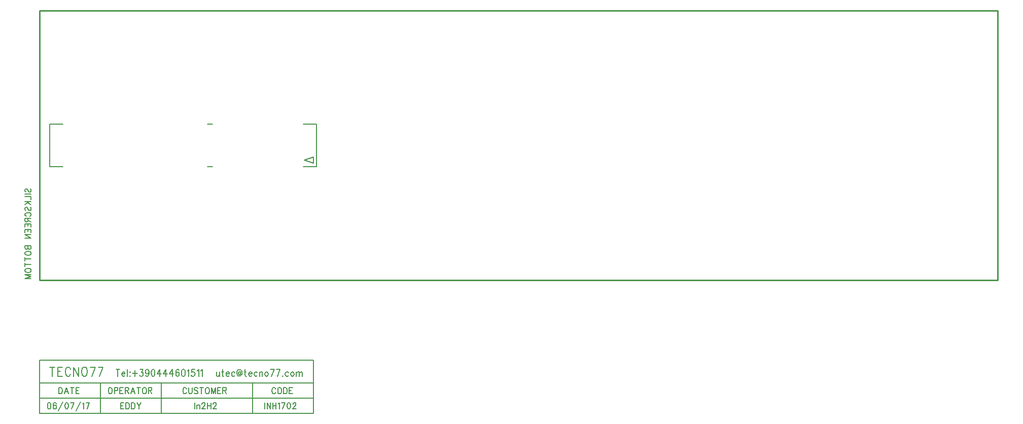
<source format=gbr>
%FSLAX35Y35*%
%MOIN*%
%SFA1.000B1.000*%

G04 Copyright (c) 2015-2018 in2H2 inc.
G04 System developed for in2H2 inc. by Intermotion Technology, Inc.
G04 
G04 Full system RTL, C sources and board design files available at https://github.com/nearist
G04 
G04 in2H2 inc. Team Members:
G04 - Chris McCormick - Algorithm Research and Design
G04 - Matt McCormick - Board Production, System Q/A
G04 
G04 Intermotion Technology Inc. Team Members:
G04 - Mick Fandrich - Project Lead
G04 - Dr. Ludovico Minati - Board Architecture and Design, FPGA Technology Advisor
G04 - Vardan Movsisyan - RTL Team Lead
G04 - Khachatur Gyozalyan - RTL Design
G04 - Tigran Papazyan - RTL Design
G04 - Taron Harutyunyan - RTL Design
G04 - Hayk Ghaltaghchyan - System Software
G04 
G04 Tecno77 S.r.l. Team Members:
G04 - Stefano Aldrigo, Board Layout Design
G04 
G04 We dedicate this project to the memory of Bruce McCormick, an AI pioneer
G04 and advocate, a good friend and father.
G04 
G04 These materials are provided free of charge: you can redistribute them and/or modify  
G04 them under the terms of the GNU General Public License as published by  
G04 the Free Software Foundation, version 3.
G04 
G04 These materials are distributed in the hope that they will be useful, but 
G04 WITHOUT ANY WARRANTY; without even the implied warranty of 
G04 MERCHANTABILITY or FITNESS FOR A PARTICULAR PURPOSE. See the GNU 
G04 General Public License for more details.
G04 In particular, this design should be treated as UNVERIFIED and UNCERTIFIED
G04 
G04 You should have received a copy of the GNU General Public License 
G04 along with this design. If not, see <http://www.gnu.org/licenses/>.

%FSLAX35Y35*%
%MOIN*%
%SFA1.000B1.000*%

%MIA0B0*%
%IPPOS*%
%ADD11C,0.00800*%
%ADD21C,0.00984*%
%ADD25C,0.00700*%
%LNsilkscreenbtm.g*%
%LPD*%
G54D11*X115354Y174606D02*G01X106693D01*Y202559*X115354*X273622D02*G01X282283D01*Y174606*X273622*X280118Y176772D02*G01Y180709D01*X274213Y178740*X280118Y176772*X213780Y202559D02*G01X210630D01*X213780Y174606D02*G01X210630D01*X140000Y32224D02*G01Y12224D01*X180000Y32224D02*G01Y12224D01*X240000Y32224D02*G01Y12224D01*X100000Y47224D02*G01X280000D01*Y12224*X100000*Y47224*Y32224D02*G01X280000D01*X100000Y22224D02*G01X280000D01*X108491Y42662D02*G01Y36624D01*X106900Y42662D02*G01X110082D01*X112127D02*G01Y36624D01*Y42662D02*G01X115082D01*X112127Y39787D02*G01X113945D01*X112127Y36624D02*G01X115082D01*X120536Y41224D02*G01X120309Y41799D01*X119855Y42374*X119400Y42662*X118491*X118036Y42374*X117582Y41799*X117355Y41224*X117127Y40362*Y38924*X117355Y38062*X117582Y37487*X118036Y36912*X118491Y36624*X119400*X119855Y36912*X120309Y37487*X120536Y38062*X122582Y42662D02*G01Y36624D01*Y42662D02*G01X125764Y36624D01*Y42662D02*G01Y36624D01*X129173Y42662D02*G01X128718Y42374D01*X128264Y41799*X128036Y41224*X127809Y40362*Y38924*X128036Y38062*X128264Y37487*X128718Y36912*X129173Y36624*X130082*X130536Y36912*X130991Y37487*X131218Y38062*X131445Y38924*Y40362*X131218Y41224*X130991Y41799*X130536Y42374*X130082Y42662*X129173*X136673D02*G01X134400Y36624D01*X133491Y42662D02*G01X136673D01*X141900D02*G01X139627Y36624D01*X138718Y42662D02*G01X141900D01*G54D21*X100003Y277165D02*G01X729924D01*Y100000*X100003*Y277165*G54D25*X151543Y41037D02*G01Y36574D01*X150350Y41037D02*G01X152736D01*X154270Y38274D02*G01X156316D01*Y38699*X156145Y39124*X155975Y39337*X155634Y39549*X155123*X154782Y39337*X154441Y38912*X154270Y38274*Y37849*X154441Y37212*X154782Y36787*X155123Y36574*X155634*X155975Y36787*X156316Y37212*X157850Y41037D02*G01Y36574D01*X159555Y39549D02*G01X159384Y39337D01*X159555Y39124*X159725Y39337*X159555Y39549*Y36999D02*G01X159384Y36787D01*X159555Y36574*X159725Y36787*X159555Y36999*X162793Y40399D02*G01Y36574D01*X161259Y38487D02*G01X164327D01*X166202Y41037D02*G01X168077D01*X167055Y39337*X167566*X167907Y39124*X168077Y38912*X168248Y38274*Y37849*X168077Y37212*X167736Y36787*X167225Y36574*X166714*X166202Y36787*X166032Y36999*X165861Y37424*X171998Y39549D02*G01X171827Y38912D01*X171486Y38487*X170975Y38274*X170805*X170293Y38487*X169952Y38912*X169782Y39549*Y39762*X169952Y40399*X170293Y40824*X170805Y41037*X170975*X171486Y40824*X171827Y40399*X171998Y39549*Y38487*X171827Y37424*X171486Y36787*X170975Y36574*X170634*X170123Y36787*X169952Y37212*X174555Y41037D02*G01X174043Y40824D01*X173702Y40187*X173532Y39124*Y38487*X173702Y37424*X174043Y36787*X174555Y36574*X174895*X175407Y36787*X175748Y37424*X175918Y38487*Y39124*X175748Y40187*X175407Y40824*X174895Y41037*X174555*X179157D02*G01X177452Y38062D01*X180009*X179157Y41037D02*G01Y36574D01*X183248Y41037D02*G01X181543Y38062D01*X184100*X183248Y41037D02*G01Y36574D01*X187339Y41037D02*G01X185634Y38062D01*X188191*X187339Y41037D02*G01Y36574D01*X191770Y40399D02*G01X191600Y40824D01*X191089Y41037*X190748*X190236Y40824*X189895Y40187*X189725Y39124*Y38062*X189895Y37212*X190236Y36787*X190748Y36574*X190918*X191430Y36787*X191770Y37212*X191941Y37849*Y38062*X191770Y38699*X191430Y39124*X190918Y39337*X190748*X190236Y39124*X189895Y38699*X189725Y38062*X194498Y41037D02*G01X193986Y40824D01*X193645Y40187*X193475Y39124*Y38487*X193645Y37424*X193986Y36787*X194498Y36574*X194839*X195350Y36787*X195691Y37424*X195861Y38487*Y39124*X195691Y40187*X195350Y40824*X194839Y41037*X194498*X197395Y40187D02*G01X197736Y40399D01*X198248Y41037*Y36574*X201998Y41037D02*G01X200293D01*X200123Y39124*X200293Y39337*X200805Y39549*X201316*X201827Y39337*X202168Y38912*X202339Y38274*X202168Y37849*X201998Y37212*X201657Y36787*X201145Y36574*X200634*X200123Y36787*X199952Y36999*X199782Y37424*X203873Y40187D02*G01X204214Y40399D01*X204725Y41037*Y36574*X206259Y40187D02*G01X206600Y40399D01*X207111Y41037*Y36574*X216486Y39549D02*G01Y37424D01*X216657Y36787*X216998Y36574*X217509*X217850Y36787*X218361Y37424*Y39549D02*G01Y36574D01*X220407Y41037D02*G01Y37424D01*X220577Y36787*X220918Y36574*X221259*X219895Y39549D02*G01X221089D01*X222793Y38274D02*G01X224839D01*Y38699*X224668Y39124*X224498Y39337*X224157Y39549*X223645*X223305Y39337*X222964Y38912*X222793Y38274*Y37849*X222964Y37212*X223305Y36787*X223645Y36574*X224157*X224498Y36787*X224839Y37212*X228418Y38912D02*G01X228077Y39337D01*X227736Y39549*X227225*X226884Y39337*X226543Y38912*X226373Y38274*Y37849*X226543Y37212*X226884Y36787*X227225Y36574*X227736*X228077Y36787*X228418Y37212*X232168Y36787D02*G01X231486D01*X230634Y36999*X230293Y37424*X229952Y38274*Y39337*X230293Y40399*X230634Y40824*X232168*X232680Y40399*X233020Y39762*X233191Y38699*X233020Y37849*X232850Y37637*X232168Y37424D02*G01X231998Y37637D01*Y39762*Y39337D02*G01X231657Y39549D01*X231316*X230975Y39337*X230805Y38912*Y38487*X230975Y38062*X231316Y37849*X231657*X231998Y38062*X232168Y37424D02*G01X232680D01*X232850Y37637*X235236Y41037D02*G01Y37424D01*X235407Y36787*X235748Y36574*X236089*X234725Y39549D02*G01X235918D01*X237623Y38274D02*G01X239668D01*Y38699*X239498Y39124*X239327Y39337*X238986Y39549*X238475*X238134Y39337*X237793Y38912*X237623Y38274*Y37849*X237793Y37212*X238134Y36787*X238475Y36574*X238986*X239327Y36787*X239668Y37212*X243248Y38912D02*G01X242907Y39337D01*X242566Y39549*X242055*X241714Y39337*X241373Y38912*X241202Y38274*Y37849*X241373Y37212*X241714Y36787*X242055Y36574*X242566*X242907Y36787*X243248Y37212*X244782Y39549D02*G01Y36574D01*Y38699D02*G01X245293Y39337D01*X245634Y39549*X246145*X246486Y39337*X246657Y38699*Y36574*X249043Y39549D02*G01X248702Y39337D01*X248361Y38912*X248191Y38274*Y37849*X248361Y37212*X248702Y36787*X249043Y36574*X249555*X249895Y36787*X250236Y37212*X250407Y37849*Y38274*X250236Y38912*X249895Y39337*X249555Y39549*X249043*X254327Y41037D02*G01X252623Y36574D01*X251941Y41037D02*G01X254327D01*X258248D02*G01X256543Y36574D01*X255861Y41037D02*G01X258248D01*X259952Y36999D02*G01X259782Y36787D01*X259952Y36574*X260123Y36787*X259952Y36999*X263702Y38912D02*G01X263361Y39337D01*X263020Y39549*X262509*X262168Y39337*X261827Y38912*X261657Y38274*Y37849*X261827Y37212*X262168Y36787*X262509Y36574*X263020*X263361Y36787*X263702Y37212*X266089Y39549D02*G01X265748Y39337D01*X265407Y38912*X265236Y38274*Y37849*X265407Y37212*X265748Y36787*X266089Y36574*X266600*X266941Y36787*X267282Y37212*X267452Y37849*Y38274*X267282Y38912*X266941Y39337*X266600Y39549*X266089*X268986D02*G01Y36574D01*Y38699D02*G01X269498Y39337D01*X269839Y39549*X270350*X270691Y39337*X270861Y38699*Y36574*Y38699D02*G01X271373Y39337D01*X271714Y39549*X272225*X272566Y39337*X272736Y38699*Y36574*X153452Y19209D02*G01Y15074D01*Y19209D02*G01X155520D01*X153452Y17240D02*G01X154725D01*X153452Y15074D02*G01X155520D01*X156952Y19209D02*G01Y15074D01*Y19209D02*G01X158066D01*X158543Y19012*X158861Y18618*X159020Y18224*X159180Y17634*Y16649*X159020Y16059*X158861Y15665*X158543Y15271*X158066Y15074*X156952*X160611Y19209D02*G01Y15074D01*Y19209D02*G01X161725D01*X162202Y19012*X162520Y18618*X162680Y18224*X162839Y17634*Y16649*X162680Y16059*X162520Y15665*X162202Y15271*X161725Y15074*X160611*X164270Y19209D02*G01X165543Y17240D01*Y15074*X166816Y19209D02*G01X165543Y17240D01*X106384Y19209D02*G01X105907Y19012D01*X105589Y18421*X105430Y17437*Y16846*X105589Y15862*X105907Y15271*X106384Y15074*X106702*X107180Y15271*X107498Y15862*X107657Y16846*Y17437*X107498Y18421*X107180Y19012*X106702Y19209*X106384*X110998Y18618D02*G01X110839Y19012D01*X110361Y19209*X110043*X109566Y19012*X109248Y18421*X109089Y17437*Y16453*X109248Y15665*X109566Y15271*X110043Y15074*X110202*X110680Y15271*X110998Y15665*X111157Y16256*Y16453*X110998Y17043*X110680Y17437*X110202Y17634*X110043*X109566Y17437*X109248Y17043*X109089Y16453*X115452Y19996D02*G01X112589Y13696D01*X117839Y19209D02*G01X117361Y19012D01*X117043Y18421*X116884Y17437*Y16846*X117043Y15862*X117361Y15271*X117839Y15074*X118157*X118634Y15271*X118952Y15862*X119111Y16846*Y17437*X118952Y18421*X118634Y19012*X118157Y19209*X117839*X122770D02*G01X121180Y15074D01*X120543Y19209D02*G01X122770D01*X127066Y19996D02*G01X124202Y13696D01*X128498Y18421D02*G01X128816Y18618D01*X129293Y19209*Y15074*X132952Y19209D02*G01X131361Y15074D01*X130725Y19209D02*G01X132952D01*X248248D02*G01Y15074D01*X249680Y19209D02*G01Y15074D01*Y19209D02*G01X251907Y15074D01*Y19209D02*G01Y15074D01*X253339Y19209D02*G01Y15074D01*X255566Y19209D02*G01Y15074D01*X253339Y17240D02*G01X255566D01*X256998Y18421D02*G01X257316Y18618D01*X257793Y19209*Y15074*X261452Y19209D02*G01X259861Y15074D01*X259225Y19209D02*G01X261452D01*X263839D02*G01X263361Y19012D01*X263043Y18421*X262884Y17437*Y16846*X263043Y15862*X263361Y15271*X263839Y15074*X264157*X264634Y15271*X264952Y15862*X265111Y16846*Y17437*X264952Y18421*X264634Y19012*X264157Y19209*X263839*X266702Y18224D02*G01Y18421D01*X266861Y18815*X267020Y19012*X267339Y19209*X267975*X268293Y19012*X268452Y18815*X268611Y18421*Y18028*X268452Y17634*X268134Y17043*X266543Y15074*X268770*X112850Y29209D02*G01Y25074D01*Y29209D02*G01X113964D01*X114441Y29012*X114759Y28618*X114918Y28224*X115077Y27634*Y26649*X114918Y26059*X114759Y25665*X114441Y25271*X113964Y25074*X112850*X117782Y29209D02*G01X116509Y25074D01*X117782Y29209D02*G01X119055Y25074D01*X116986Y26453D02*G01X118577D01*X121600Y29209D02*G01Y25074D01*X120486Y29209D02*G01X122714D01*X124145D02*G01Y25074D01*Y29209D02*G01X126214D01*X124145Y27240D02*G01X125418D01*X124145Y25074D02*G01X126214D01*X146305Y29209D02*G01X145986Y29012D01*X145668Y28618*X145509Y28224*X145350Y27634*Y26649*X145509Y26059*X145668Y25665*X145986Y25271*X146305Y25074*X146941*X147259Y25271*X147577Y25665*X147736Y26059*X147895Y26649*Y27634*X147736Y28224*X147577Y28618*X147259Y29012*X146941Y29209*X146305*X149327D02*G01Y25074D01*Y29209D02*G01X150759D01*X151236Y29012*X151395Y28815*X151555Y28421*Y27831*X151395Y27437*X151236Y27240*X150759Y27043*X149327*X152986Y29209D02*G01Y25074D01*Y29209D02*G01X155055D01*X152986Y27240D02*G01X154259D01*X152986Y25074D02*G01X155055D01*X156486Y29209D02*G01Y25074D01*Y29209D02*G01X157918D01*X158395Y29012*X158555Y28815*X158714Y28421*Y28028*X158555Y27634*X158395Y27437*X157918Y27240*X156486*X157600D02*G01X158714Y25074D01*X161418Y29209D02*G01X160145Y25074D01*X161418Y29209D02*G01X162691Y25074D01*X160623Y26453D02*G01X162214D01*X165236Y29209D02*G01Y25074D01*X164123Y29209D02*G01X166350D01*X168736D02*G01X168418Y29012D01*X168100Y28618*X167941Y28224*X167782Y27634*Y26649*X167941Y26059*X168100Y25665*X168418Y25271*X168736Y25074*X169373*X169691Y25271*X170009Y25665*X170168Y26059*X170327Y26649*Y27634*X170168Y28224*X170009Y28618*X169691Y29012*X169373Y29209*X168736*X171759D02*G01Y25074D01*Y29209D02*G01X173191D01*X173668Y29012*X173827Y28815*X173986Y28421*Y28028*X173827Y27634*X173668Y27437*X173191Y27240*X171759*X172873D02*G01X173986Y25074D01*X196736Y28224D02*G01X196577Y28618D01*X196259Y29012*X195941Y29209*X195305*X194986Y29012*X194668Y28618*X194509Y28224*X194350Y27634*Y26649*X194509Y26059*X194668Y25665*X194986Y25271*X195305Y25074*X195941*X196259Y25271*X196577Y25665*X196736Y26059*X198168Y29209D02*G01Y26256D01*X198327Y25665*X198645Y25271*X199123Y25074*X199441*X199918Y25271*X200236Y25665*X200395Y26256*Y29209*X204055Y28618D02*G01X203736Y29012D01*X203259Y29209*X202623*X202145Y29012*X201827Y28618*Y28224*X201986Y27831*X202145Y27634*X202464Y27437*X203418Y27043*X203736Y26846*X203895Y26649*X204055Y26256*Y25665*X203736Y25271*X203259Y25074*X202623*X202145Y25271*X201827Y25665*X206600Y29209D02*G01Y25074D01*X205486Y29209D02*G01X207714D01*X210100D02*G01X209782Y29012D01*X209464Y28618*X209305Y28224*X209145Y27634*Y26649*X209305Y26059*X209464Y25665*X209782Y25271*X210100Y25074*X210736*X211055Y25271*X211373Y25665*X211532Y26059*X211691Y26649*Y27634*X211532Y28224*X211373Y28618*X211055Y29012*X210736Y29209*X210100*X213123D02*G01Y25074D01*Y29209D02*G01X214395Y25074D01*X215668Y29209D02*G01X214395Y25074D01*X215668Y29209D02*G01Y25074D01*X217100Y29209D02*G01Y25074D01*Y29209D02*G01X219168D01*X217100Y27240D02*G01X218373D01*X217100Y25074D02*G01X219168D01*X220600Y29209D02*G01Y25074D01*Y29209D02*G01X222032D01*X222509Y29012*X222668Y28815*X222827Y28421*Y28028*X222668Y27634*X222509Y27437*X222032Y27240*X220600*X221714D02*G01X222827Y25074D01*X255236Y28224D02*G01X255077Y28618D01*X254759Y29012*X254441Y29209*X253805*X253486Y29012*X253168Y28618*X253009Y28224*X252850Y27634*Y26649*X253009Y26059*X253168Y25665*X253486Y25271*X253805Y25074*X254441*X254759Y25271*X255077Y25665*X255236Y26059*X257623Y29209D02*G01X257305Y29012D01*X256986Y28618*X256827Y28224*X256668Y27634*Y26649*X256827Y26059*X256986Y25665*X257305Y25271*X257623Y25074*X258259*X258577Y25271*X258895Y25665*X259055Y26059*X259214Y26649*Y27634*X259055Y28224*X258895Y28618*X258577Y29012*X258259Y29209*X257623*X260645D02*G01Y25074D01*Y29209D02*G01X261759D01*X262236Y29012*X262555Y28618*X262714Y28224*X262873Y27634*Y26649*X262714Y26059*X262555Y25665*X262236Y25271*X261759Y25074*X260645*X264305Y29209D02*G01Y25074D01*Y29209D02*G01X266373D01*X264305Y27240D02*G01X265577D01*X264305Y25074D02*G01X266373D01*X202191Y19209D02*G01Y15074D01*X203623Y17831D02*G01Y15074D01*Y17043D02*G01X204100Y17634D01*X204418Y17831*X204895*X205214Y17634*X205373Y17043*Y15074*X206964Y18224D02*G01Y18421D01*X207123Y18815*X207282Y19012*X207600Y19209*X208236*X208555Y19012*X208714Y18815*X208873Y18421*Y18028*X208714Y17634*X208395Y17043*X206805Y15074*X209032*X210464Y19209D02*G01Y15074D01*X212691Y19209D02*G01Y15074D01*X210464Y17240D02*G01X212691D01*X214282Y18224D02*G01Y18421D01*X214441Y18815*X214600Y19012*X214918Y19209*X215555*X215873Y19012*X216032Y18815*X216191Y18421*Y18028*X216032Y17634*X215714Y17043*X214123Y15074*X216350*X91106Y157782D02*G01X90712Y158100D01*Y158100D02*G01X90516Y158577D01*Y159214*X90712Y159691*Y159691D02*G01X91106Y160009D01*X91500*X91894Y159850*X92091Y159691*X92287Y159373*Y159373D02*G01X92681Y158418D01*X92878Y158100*X93075Y157941*X93469Y157782*X94059*X94453Y158100*X94650Y158577*Y159214*X94453Y159691*X94059Y160009*X90516Y156350D02*G01X94650D01*X90516Y154918D02*G01X94650D01*Y153009*X90516Y151577D02*G01X94650D01*X90516Y149350D02*G01X93272Y151577D01*X92287Y150782D02*G01X94650Y149350D01*X91106Y145691D02*G01X90712Y146009D01*Y146009D02*G01X90516Y146486D01*Y147123*X90712Y147600*Y147600D02*G01X91106Y147918D01*X91500*X91894Y147759*X92091Y147600*X92287Y147282*Y147282D02*G01X92681Y146327D01*X92878Y146009*X93075Y145850*X93469Y145691*X94059*X94453Y146009*X94650Y146486*Y147123*X94453Y147600*X94059Y147918*X91500Y141873D02*G01X91106Y142032D01*X90712Y142350*Y142350D02*G01X90516Y142668D01*Y143305*X90712Y143623*Y143623D02*G01X91106Y143941D01*X91500Y144100*X92091Y144259*X93075*X93666Y144100*X94059Y143941*X94453Y143623*X94650Y143305*Y142668*X94453Y142350*X94059Y142032*X93666Y141873*X90516Y140441D02*G01X94650D01*X90516D02*G01Y139009D01*X90712Y138532*Y138532D02*G01X90909Y138373D01*X91303Y138214*X91697*X92091Y138373*X92287Y138532*Y138532D02*G01X92484Y139009D01*Y140441*Y139327D02*G01X94650Y138214D01*X90516Y136782D02*G01X94650D01*X90516D02*G01Y134714D01*X92484Y136782D02*G01Y135509D01*X94650Y136782D02*G01Y134714D01*X90516Y133282D02*G01X94650D01*X90516D02*G01Y131214D01*X92484Y133282D02*G01Y132009D01*X94650Y133282D02*G01Y131214D01*X90516Y129782D02*G01X94650D01*X90516D02*G01X94650Y127555D01*X90516D02*G01X94650D01*X90516Y122464D02*G01X94650D01*X90516D02*G01Y121032D01*X90712Y120555*Y120555D02*G01X90909Y120395D01*X91303Y120236*X91697*X92091Y120395*X92287Y120555*Y120555D02*G01X92484Y121032D01*Y122464D02*G01Y121032D01*X92681Y120555*X92878Y120395*X93272Y120236*X93862*Y120236D02*G01X94256Y120395D01*X94453Y120555*X94650Y121032*Y122464*X90516Y117850D02*G01X90712Y118168D01*Y118168D02*G01X91106Y118486D01*X91500Y118645*X92091Y118805*X93075*X93666Y118645*X94059Y118486*X94453Y118168*X94650Y117850*Y117214*X94453Y116895*X94059Y116577*X93666Y116418*X93075Y116259*X92091*X91500Y116418*X91106Y116577*X90712Y116895*Y116895D02*G01X90516Y117214D01*Y117850*Y113714D02*G01X94650D01*X90516Y114827D02*G01Y112600D01*Y110055D02*G01X94650D01*X90516Y111168D02*G01Y108941D01*Y106555D02*G01X90712Y106873D01*Y106873D02*G01X91106Y107191D01*X91500Y107350*X92091Y107509*X93075*X93666Y107350*X94059Y107191*X94453Y106873*X94650Y106555*Y105918*X94453Y105600*X94059Y105282*X93666Y105123*X93075Y104964*X92091*X91500Y105123*X91106Y105282*X90712Y105600*Y105600D02*G01X90516Y105918D01*Y106555*Y103532D02*G01X94650D01*X90516D02*G01X94650Y102259D01*X90516Y100986D02*G01X94650Y102259D01*X90516Y100986D02*G01X94650D01*M02*
</source>
